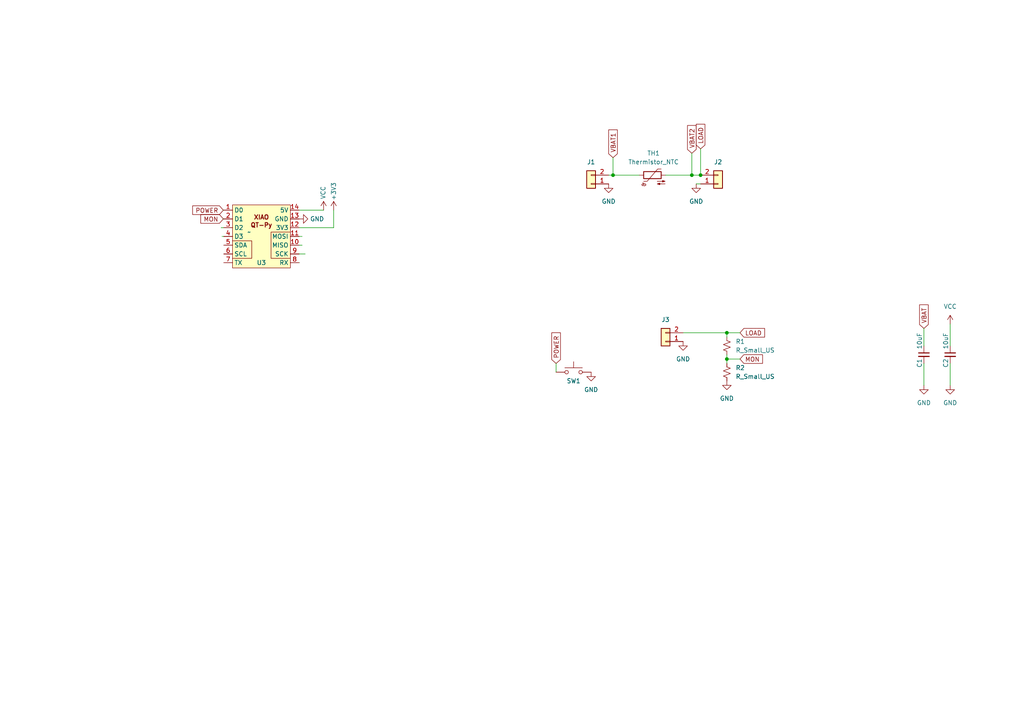
<source format=kicad_sch>
(kicad_sch (version 20250114) (generator "eeschema") (generator_version "9.0")
  (paper "A4")
  (lib_symbols
    (symbol "Connector_Generic:Conn_01x02" (pin_names (offset 1.016) (hide yes))
      (property "Reference" "J" (at 0 2.54 0))
      (property "Value" "Conn_01x02" (at 0 -5.08 0))
      (symbol "Conn_01x02_1_1"
        (rectangle (start -1.27 1.27) (end 1.27 -3.81) (stroke (width 0.254)) (fill (type background)))
        (rectangle (start -1.27 0.127) (end 0 -0.127) (stroke (width 0.1524)))
        (rectangle (start -1.27 -2.413) (end 0 -2.667) (stroke (width 0.1524)))
        (pin passive line (at -5.08 0 0) (length 3.81) (name "Pin_1") (number "1"))
        (pin passive line (at -5.08 -2.54 0) (length 3.81) (name "Pin_2") (number "2"))
      )
    )
    (symbol "Device:C_Small" (pin_numbers (hide yes)) (pin_names (offset 0.254) (hide yes))
      (property "Reference" "C" (at 0.254 1.778 0))
      (property "Value" "C_Small" (at 0.254 -2.032 0))
      (symbol "C_Small_0_1"
        (polyline (pts (xy -1.524 0.508) (xy 1.524 0.508)) (stroke (width 0.3048)))
        (polyline (pts (xy -1.524 -0.508) (xy 1.524 -0.508)) (stroke (width 0.3302)))
      )
      (symbol "C_Small_1_1"
        (pin passive line (at 0 2.54 270) (length 2.032) (name "~") (number "1"))
        (pin passive line (at 0 -2.54 90) (length 2.032) (name "~") (number "2"))
      )
    )
    (symbol "Device:R_Small_US" (pin_numbers (hide yes)) (pin_names (offset 0.254) (hide yes))
      (property "Reference" "R" (at 0.762 0.508 0))
      (property "Value" "R_Small_US" (at 0.762 -1.016 0))
      (symbol "R_Small_US_1_1"
        (polyline (pts (xy 0 1.524) (xy 1.016 1.143) (xy 0 0.762) (xy -1.016 0.381) (xy 0 0)))
        (polyline (pts (xy 0 0) (xy 1.016 -0.381) (xy 0 -0.762) (xy -1.016 -1.143) (xy 0 -1.524)))
        (pin passive line (at 0 2.54 270) (length 1.016) (name "~") (number "1"))
        (pin passive line (at 0 -2.54 90) (length 1.016) (name "~") (number "2"))
      )
    )
    (symbol "Device:Thermistor_NTC" (pin_numbers (hide yes)) (pin_names (offset 0))
      (property "Reference" "TH" (at -4.445 0 90))
      (property "Value" "Thermistor_NTC" (at 3.175 0 90))
      (symbol "Thermistor_NTC_0_1"
        (arc (start -3.175 2.413) (mid -3.0506 2.3165) (end -3.048 2.159))
        (arc (start -3.048 2.794) (mid -2.9736 2.9736) (end -2.794 3.048))
        (arc (start -2.794 3.048) (mid -2.6144 2.9736) (end -2.54 2.794))
        (arc (start -2.794 2.54) (mid -2.9736 2.6144) (end -3.048 2.794))
        (arc (start -2.794 1.905) (mid -2.9736 1.9794) (end -3.048 2.159))
        (arc (start -2.54 2.159) (mid -2.6144 1.9794) (end -2.794 1.905))
        (arc (start -2.159 2.794) (mid -2.434 2.5608) (end -2.794 2.54))
        (polyline (pts (xy -2.54 2.159) (xy -2.54 2.794)))
        (polyline (pts (xy -2.54 -3.683) (xy -2.54 -1.397) (xy -2.794 -2.159) (xy -2.286 -2.159) (xy -2.54 -1.397) (xy -2.54 -1.651)) (fill (type outline)))
        (polyline (pts (xy -1.778 2.54) (xy -1.778 1.524) (xy 1.778 -1.524) (xy 1.778 -2.54)))
        (polyline (pts (xy -1.778 -1.397) (xy -1.778 -3.683) (xy -2.032 -2.921) (xy -1.524 -2.921) (xy -1.778 -3.683) (xy -1.778 -3.429)) (fill (type outline)))
        (rectangle (start -1.016 2.54) (end 1.016 -2.54) (stroke (width 0.254)))
      )
      (symbol "Thermistor_NTC_1_1"
        (pin passive line (at 0 3.81 270) (length 1.27) (name "~") (number "1"))
        (pin passive line (at 0 -3.81 90) (length 1.27) (name "~") (number "2"))
      )
    )
    (symbol "MicroControllers:XIAO / QT-Py ESP32"
      (property "Reference" "U" (at 0 -7.62 0))
      (symbol "XIAO / QT-Py ESP32_1_1"
        (rectangle (start -8.382 9.144) (end 8.382 -9.144) (fill (type background)))
        (polyline (pts (xy -8.382 -6.35) (xy -2.794 -6.35) (xy -2.794 -1.27) (xy -8.382 -1.27)))
        (polyline (pts (xy 8.382 1.27) (xy 2.794 1.27) (xy 2.794 -6.35) (xy 8.382 -6.35)))
        (text "XIAO" (at 0 5.588 0) (effects (font (size 1.27 1.27) (bold yes))))
        (text "QT-Py" (at 0 3.302 0) (effects (font (size 1.27 1.27) (bold yes))))
        (pin bidirectional line (at -10.922 7.62 0) (length 2.54) (name "D0") (number "1"))
        (pin bidirectional line (at -10.922 5.08 0) (length 2.54) (name "D1") (number "2"))
        (pin bidirectional line (at -10.922 2.54 0) (length 2.54) (name "D2") (number "3"))
        (pin bidirectional line (at -10.922 0 0) (length 2.54) (name "D3") (number "4"))
        (pin bidirectional line (at -10.922 -2.54 0) (length 2.54) (name "SDA") (number "5"))
        (pin bidirectional line (at -10.922 -5.08 0) (length 2.54) (name "SCL") (number "6"))
        (pin bidirectional line (at -10.922 -7.62 0) (length 2.54) (name "TX") (number "7"))
        (pin power_in line (at 10.922 7.62 180) (length 2.54) (name "5V") (number "14"))
        (pin bidirectional line (at 10.922 5.08 180) (length 2.54) (name "GND") (number "13"))
        (pin power_out line (at 10.922 2.54 180) (length 2.54) (name "3V3") (number "12"))
        (pin bidirectional line (at 10.922 0 180) (length 2.54) (name "MOSI") (number "11"))
        (pin bidirectional line (at 10.922 -2.54 180) (length 2.54) (name "MISO") (number "10"))
        (pin bidirectional line (at 10.922 -5.08 180) (length 2.54) (name "SCK") (number "9"))
        (pin bidirectional line (at 10.922 -7.62 180) (length 2.54) (name "RX") (number "8"))
      )
    )
    (symbol "Switch:SW_Push" (pin_numbers (hide yes)) (pin_names (offset 1.016) (hide yes))
      (property "Reference" "SW" (at 1.27 2.54 0))
      (property "Value" "SW_Push" (at 0 -1.524 0))
      (symbol "SW_Push_0_1"
        (circle (center -2.032 0) (radius 0.508))
        (polyline (pts (xy 0 1.27) (xy 0 3.048)))
        (circle (center 2.032 0) (radius 0.508))
        (polyline (pts (xy 2.54 1.27) (xy -2.54 1.27)))
        (pin passive line (at -5.08 0 0) (length 2.54) (name "1") (number "1"))
        (pin passive line (at 5.08 0 180) (length 2.54) (name "2") (number "2"))
      )
    )
    (symbol "power:+3V3" (power) (pin_names (offset 0))
      (property "Value" "+3V3" (at 0 3.556 0))
      (symbol "+3V3_0_1"
        (polyline (pts (xy -0.762 1.27) (xy 0 2.54)))
        (polyline (pts (xy 0 2.54) (xy 0.762 1.27)))
        (polyline (pts (xy 0 0) (xy 0 2.54)))
      )
      (symbol "+3V3_1_1"
        (pin power_in line (at 0 0 90) (length 0) (hide yes) (name "+3V3") (number "1"))
      )
    )
    (symbol "power:GND" (power) (pin_names (offset 0))
      (property "Value" "GND" (at 0 -3.81 0))
      (symbol "GND_0_1"
        (polyline (pts (xy 0 0) (xy 0 -1.27) (xy 1.27 -1.27) (xy 0 -2.54) (xy -1.27 -1.27) (xy 0 -1.27)))
      )
      (symbol "GND_1_1"
        (pin power_in line (at 0 0 270) (length 0) (hide yes) (name "GND") (number "1"))
      )
    )
    (symbol "power:VCC" (power) (pin_names (offset 0))
      (property "Value" "VCC" (at 0 3.81 0))
      (symbol "VCC_0_1"
        (polyline (pts (xy -0.762 1.27) (xy 0 2.54)))
        (polyline (pts (xy 0 2.54) (xy 0.762 1.27)))
        (polyline (pts (xy 0 0) (xy 0 2.54)))
      )
      (symbol "VCC_1_1"
        (pin power_in line (at 0 0 90) (length 0) (hide yes) (name "VCC") (number "1"))
      )
    )
  )
  (junction (at 210.82 104.14))
  (junction (at 210.82 96.52))
  (junction (at 200.66 50.8))
  (junction (at 177.8 50.8))
  (junction (at 203.2 50.8))
  (wire (pts (xy 214.63 96.52) (xy 210.82 96.52)))
  (wire (pts (xy 161.29 105.41) (xy 161.29 107.95)))
  (wire (pts (xy 267.97 95.25) (xy 267.97 100.33)))
  (wire (pts (xy 87.63 71.12) (xy 86.741 71.12)))
  (wire (pts (xy 210.82 97.79) (xy 210.82 96.52)))
  (wire (pts (xy 86.868 76.2) (xy 86.741 76.2)))
  (wire (pts (xy 96.774 66.04) (xy 86.741 66.04)))
  (wire (pts (xy 214.63 104.14) (xy 210.82 104.14)))
  (wire (pts (xy 200.66 50.8) (xy 193.04 50.8)))
  (wire (pts (xy 203.2 43.18) (xy 203.2 50.8)))
  (wire (pts (xy 64.77 63.5) (xy 64.897 63.5)))
  (wire (pts (xy 88.519 73.66) (xy 86.741 73.66)))
  (wire (pts (xy 87.63 68.58) (xy 86.741 68.58)))
  (wire (pts (xy 177.8 50.8) (xy 176.53 50.8)))
  (wire (pts (xy 210.82 105.41) (xy 210.82 104.14)))
  (wire (pts (xy 275.59 93.98) (xy 275.59 100.33)))
  (wire (pts (xy 93.853 60.96) (xy 86.741 60.96)))
  (wire (pts (xy 210.82 104.14) (xy 210.82 102.87)))
  (wire (pts (xy 200.66 44.45) (xy 200.66 50.8)))
  (wire (pts (xy 275.59 105.41) (xy 275.59 111.76)))
  (wire (pts (xy 200.66 50.8) (xy 203.2 50.8)))
  (wire (pts (xy 64.77 60.96) (xy 64.897 60.96)))
  (wire (pts (xy 185.42 50.8) (xy 177.8 50.8)))
  (wire (pts (xy 198.12 96.52) (xy 210.82 96.52)))
  (wire (pts (xy 267.97 105.41) (xy 267.97 111.76)))
  (wire (pts (xy 203.2 53.34) (xy 201.93 53.34)))
  (wire (pts (xy 96.774 60.96) (xy 96.774 66.04)))
  (wire (pts (xy 64.135 66.04) (xy 64.897 66.04)))
  (wire (pts (xy 64.389 68.58) (xy 64.897 68.58)))
  (wire (pts (xy 177.8 45.72) (xy 177.8 50.8)))
  (global_label "VBAT1" (shape input) (at 177.8 45.72 90) (property "Intersheetrefs" "${INTERSHEET_REFS}" (effects (hide yes))))
  (global_label "MON" (shape input) (at 64.77 63.5 180) (property "Intersheetrefs" "${INTERSHEET_REFS}" (effects (hide yes))))
  (global_label "LOAD" (shape input) (at 203.2 43.18 90) (property "Intersheetrefs" "${INTERSHEET_REFS}" (effects (hide yes))))
  (global_label "LOAD" (shape input) (at 214.63 96.52 0) (property "Intersheetrefs" "${INTERSHEET_REFS}" (effects (hide yes))))
  (global_label "POWER" (shape input) (at 161.29 105.41 90) (property "Intersheetrefs" "${INTERSHEET_REFS}" (effects (hide yes))))
  (global_label "VBAT" (shape input) (at 267.97 95.25 90) (property "Intersheetrefs" "${INTERSHEET_REFS}" (effects (hide yes))))
  (global_label "MON" (shape input) (at 214.63 104.14 0) (property "Intersheetrefs" "${INTERSHEET_REFS}" (effects (hide yes))))
  (global_label "POWER" (shape input) (at 64.77 60.96 180) (property "Intersheetrefs" "${INTERSHEET_REFS}" (effects (hide yes))))
  (global_label "VBAT2" (shape input) (at 200.66 44.45 90) (property "Intersheetrefs" "${INTERSHEET_REFS}" (effects (hide yes))))
  (symbol (lib_id "Device:R_Small_US") (at 210.82 100.33 0) (unit 1)
    (property "Reference" "R1" (at 213.36 99.0599 0) (effects (justify left)))
    (property "Value" "R_Small_US" (at 213.36 101.5999 0) (effects (justify left)))
    (property "Description" "Resistor, small US symbol" (effects (hide yes)))
  )
  (symbol (lib_id "power:GND") (at 86.741 63.5 90) (unit 1)
    (property "Reference" "#PWR016" (effects (hide yes)))
    (property "Value" "GND" (at 89.916 63.5 90) (effects (justify right)))
  )
  (symbol (lib_id "Device:Thermistor_NTC") (at 189.23 50.8 90) (unit 1)
    (property "Reference" "TH1" (at 189.5475 44.45 90))
    (property "Value" "Thermistor_NTC" (at 189.5475 46.99 90))
    (property "Description" "Temperature dependent resistor, negative temperature coefficient" (effects (hide yes)))
  )
  (symbol (lib_id "power:VCC") (at 275.59 93.98 0) (unit 1)
    (property "Reference" "#PWR012" (effects (hide yes)))
    (property "Value" "VCC" (at 275.59 88.9 0))
    (property "Description" "Power symbol creates a global label with name \"VCC\"" (effects (hide yes)))
  )
  (symbol (lib_id "power:+3V3") (at 96.774 60.96 0) (unit 1)
    (property "Reference" "#PWR018" (effects (hide yes)))
    (property "Value" "+3V3" (at 96.774 55.499 90))
  )
  (symbol (lib_id "power:GND") (at 275.59 111.76 0) (unit 1)
    (property "Reference" "#PWR011" (effects (hide yes)))
    (property "Value" "GND" (at 275.59 116.84 0))
    (property "Description" "Power symbol creates a global label with name \"GND\" , ground" (effects (hide yes)))
  )
  (symbol (lib_id "power:VCC") (at 93.853 60.96 0) (unit 1)
    (property "Reference" "#PWR017" (effects (hide yes)))
    (property "Value" "VCC" (at 93.726 55.88 90))
  )
  (symbol (lib_id "Device:R_Small_US") (at 210.82 107.95 0) (unit 1)
    (property "Reference" "R2" (at 213.36 106.6799 0) (effects (justify left)))
    (property "Value" "R_Small_US" (at 213.36 109.2199 0) (effects (justify left)))
    (property "Description" "Resistor, small US symbol" (effects (hide yes)))
  )
  (symbol (lib_id "Connector_Generic:Conn_01x02") (at 208.28 53.34 0) (mirror x) (unit 1)
    (property "Reference" "J2" (at 208.28 46.99 0))
    (property "Value" "Conn_01x02" (effects (hide yes)))
    (property "Description" "Generic connector, single row, 01x02, script generated (kicad-library-utils/schlib/autogen/connector/)" (effects (hide yes)))
  )
  (symbol (lib_id "Switch:SW_Push") (at 166.37 107.95 0) (mirror y) (unit 1)
    (property "Reference" "SW1" (at 166.37 110.49 0))
    (property "Value" "SW_Push" (effects (hide yes)))
    (property "Description" "Push button switch, generic, two pins" (effects (hide yes)))
  )
  (symbol (lib_id "Device:C_Small") (at 267.97 102.87 0) (unit 1)
    (property "Reference" "C1" (at 266.7 106.68 90) (effects (justify left)))
    (property "Value" "10uF" (at 266.7 101.346 90) (effects (justify left)))
    (property "Description" "Unpolarized capacitor, small symbol" (effects (hide yes)))
  )
  (symbol (lib_id "Connector_Generic:Conn_01x02") (at 171.45 53.34 180) (unit 1)
    (property "Reference" "J1" (at 171.45 46.99 0))
    (property "Value" "Conn_01x02" (effects (hide yes)))
    (property "Description" "Generic connector, single row, 01x02, script generated (kicad-library-utils/schlib/autogen/connector/)" (effects (hide yes)))
  )
  (symbol (lib_id "Device:C_Small") (at 275.59 102.87 0) (unit 1)
    (property "Reference" "C2" (at 274.32 106.68 90) (effects (justify left)))
    (property "Value" "10uF" (at 274.32 101.346 90) (effects (justify left)))
    (property "Description" "Unpolarized capacitor, small symbol" (effects (hide yes)))
  )
  (symbol (lib_id "power:GND") (at 171.45 107.95 0) (unit 1)
    (property "Reference" "#PWR05" (effects (hide yes)))
    (property "Value" "GND" (at 171.45 113.03 0))
    (property "Description" "Power symbol creates a global label with name \"GND\" , ground" (effects (hide yes)))
  )
  (symbol (lib_id "power:GND") (at 176.53 53.34 0) (unit 1)
    (property "Reference" "#PWR01" (effects (hide yes)))
    (property "Value" "GND" (at 176.53 58.42 0))
    (property "Description" "Power symbol creates a global label with name \"GND\" , ground" (effects (hide yes)))
  )
  (symbol (lib_id "power:GND") (at 198.12 99.06 0) (unit 1)
    (property "Reference" "#PWR03" (effects (hide yes)))
    (property "Value" "GND" (at 198.12 104.14 0))
    (property "Description" "Power symbol creates a global label with name \"GND\" , ground" (effects (hide yes)))
  )
  (symbol (lib_id "Connector_Generic:Conn_01x02") (at 193.04 99.06 180) (unit 1)
    (property "Reference" "J3" (at 193.04 92.71 0))
    (property "Value" "Conn_01x02" (effects (hide yes)))
    (property "Description" "Generic connector, single row, 01x02, script generated (kicad-library-utils/schlib/autogen/connector/)" (effects (hide yes)))
  )
  (symbol (lib_id "power:GND") (at 267.97 111.76 0) (unit 1)
    (property "Reference" "#PWR07" (effects (hide yes)))
    (property "Value" "GND" (at 267.97 116.84 0))
    (property "Description" "Power symbol creates a global label with name \"GND\" , ground" (effects (hide yes)))
  )
  (symbol (lib_id "MicroControllers:XIAO / QT-Py ESP32") (at 75.819 68.58 0) (unit 1)
    (property "Reference" "U3" (at 75.819 76.2 0))
    (property "Value" "~" (at 72.263 67.31 0))
    (property "Footprint" "Connector_JST:JST_PH_S2B-PH-SM4-TB_1x02-1MP_P2.00mm_Horizontal" (effects (hide yes)))
  )
  (symbol (lib_id "power:GND") (at 210.82 110.49 0) (unit 1)
    (property "Reference" "#PWR04" (effects (hide yes)))
    (property "Value" "GND" (at 210.82 115.57 0))
    (property "Description" "Power symbol creates a global label with name \"GND\" , ground" (effects (hide yes)))
  )
  (symbol (lib_id "power:GND") (at 201.93 53.34 0) (unit 1)
    (property "Reference" "#PWR02" (effects (hide yes)))
    (property "Value" "GND" (at 201.93 58.42 0))
    (property "Description" "Power symbol creates a global label with name \"GND\" , ground" (effects (hide yes)))
  )
)
</source>
